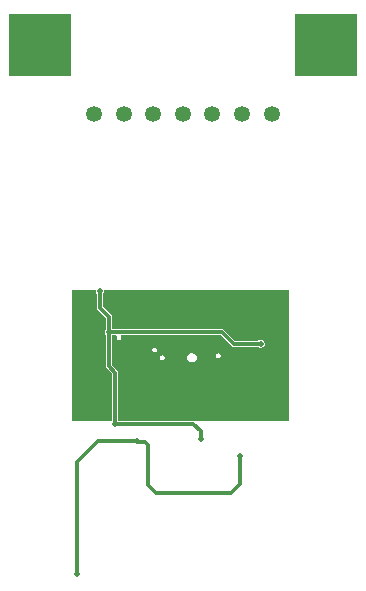
<source format=gbr>
%TF.GenerationSoftware,Altium Limited,Altium Designer,22.1.2 (22)*%
G04 Layer_Physical_Order=2*
G04 Layer_Color=36540*
%FSLAX26Y26*%
%MOIN*%
%TF.SameCoordinates,654C00B4-3322-4B45-B6E3-0FD47356756A*%
%TF.FilePolarity,Positive*%
%TF.FileFunction,Copper,L2,Inr,Signal*%
%TF.Part,Single*%
G01*
G75*
%TA.AperFunction,Conductor*%
%ADD13C,0.011811*%
%TA.AperFunction,ComponentPad*%
%ADD14C,0.053150*%
%TA.AperFunction,ViaPad*%
%ADD16R,0.208661X0.208661*%
%ADD17C,0.019685*%
G36*
X-270463Y1065564D02*
X-270630Y1065227D01*
X-270778Y1064793D01*
X-270906Y1064263D01*
X-271014Y1063636D01*
X-271171Y1062093D01*
X-271250Y1060164D01*
X-271260Y1059055D01*
X-283071D01*
X-283081Y1060164D01*
X-283317Y1063636D01*
X-283425Y1064263D01*
X-283553Y1064793D01*
X-283701Y1065227D01*
X-283868Y1065564D01*
X-284055Y1065806D01*
X-270276D01*
X-270463Y1065564D01*
D02*
G37*
G36*
X-241329Y947710D02*
X-241093Y944238D01*
X-240984Y943611D01*
X-240856Y943081D01*
X-240709Y942647D01*
X-240541Y942309D01*
X-240354Y942068D01*
X-254134D01*
X-253947Y942309D01*
X-253780Y942647D01*
X-253632Y943081D01*
X-253504Y943611D01*
X-253396Y944238D01*
X-253238Y945781D01*
X-253159Y947710D01*
X-253150Y948819D01*
X-241339D01*
X-241329Y947710D01*
D02*
G37*
G36*
X-239974Y941742D02*
X-239636Y941575D01*
X-239202Y941427D01*
X-238672Y941299D01*
X-238045Y941191D01*
X-236502Y941034D01*
X-234573Y940955D01*
X-233465Y940945D01*
Y929134D01*
X-234573Y929124D01*
X-238045Y928888D01*
X-238672Y928780D01*
X-239202Y928652D01*
X-239636Y928504D01*
X-239974Y928337D01*
X-240215Y928150D01*
Y941929D01*
X-239974Y941742D01*
D02*
G37*
G36*
X-240541Y927769D02*
X-240709Y927432D01*
X-240856Y926998D01*
X-240984Y926467D01*
X-241093Y925840D01*
X-241250Y924298D01*
X-241329Y922369D01*
X-241339Y921260D01*
X-253150D01*
X-253159Y922369D01*
X-253396Y925840D01*
X-253504Y926467D01*
X-253632Y926998D01*
X-253780Y927432D01*
X-253947Y927769D01*
X-254134Y928010D01*
X-240354D01*
X-240541Y927769D01*
D02*
G37*
G36*
X252026Y888780D02*
X251785Y888967D01*
X251447Y889134D01*
X251013Y889282D01*
X250483Y889409D01*
X249856Y889518D01*
X248313Y889675D01*
X246385Y889754D01*
X245276Y889764D01*
Y901575D01*
X246385Y901585D01*
X249856Y901821D01*
X250483Y901929D01*
X251013Y902057D01*
X251447Y902205D01*
X251785Y902372D01*
X252026Y902559D01*
Y888780D01*
D02*
G37*
G36*
X355000Y640000D02*
X-211566D01*
X-211773Y640088D01*
X-212815Y640097D01*
X-214544Y640168D01*
X-215244Y640239D01*
X-215415Y642757D01*
X-215424Y643739D01*
X-215555Y644048D01*
Y800591D01*
X-216319Y804431D01*
X-218494Y807687D01*
X-237209Y826401D01*
Y920913D01*
X-237077Y921222D01*
X-237068Y922263D01*
X-236998Y923993D01*
X-236926Y924693D01*
X-234409Y924864D01*
X-233427Y924873D01*
X-233117Y925004D01*
X-221943D01*
X-219872Y920004D01*
X-220061Y919815D01*
X-221260Y916920D01*
Y913788D01*
X-220061Y910894D01*
X-217846Y908679D01*
X-214952Y907480D01*
X-211820D01*
X-208926Y908679D01*
X-206711Y910894D01*
X-205512Y913788D01*
Y916920D01*
X-206711Y919815D01*
X-206900Y920004D01*
X-204829Y925004D01*
X125804D01*
X162235Y888573D01*
X165490Y886398D01*
X169331Y885634D01*
X244929D01*
X245238Y885503D01*
X246279Y885493D01*
X248008Y885423D01*
X249277Y885293D01*
X249619Y885234D01*
X249815Y885187D01*
X249893Y885148D01*
X249941Y885145D01*
X250075Y885099D01*
X250134Y885103D01*
X251250Y883988D01*
X256314Y881890D01*
X261796D01*
X266861Y883988D01*
X270737Y887864D01*
X272835Y892928D01*
Y898410D01*
X270737Y903475D01*
X266861Y907351D01*
X261796Y909449D01*
X256314D01*
X251250Y907351D01*
X250134Y906235D01*
X250075Y906239D01*
X249941Y906194D01*
X249893Y906190D01*
X249815Y906152D01*
X249619Y906104D01*
X249348Y906058D01*
X246220Y905845D01*
X245238Y905836D01*
X244928Y905705D01*
X173487D01*
X137057Y942135D01*
X133801Y944311D01*
X129961Y945075D01*
X-233118D01*
X-233427Y945206D01*
X-234468Y945215D01*
X-236197Y945286D01*
X-236897Y945357D01*
X-237069Y947875D01*
X-237077Y948857D01*
X-237209Y949166D01*
Y987244D01*
X-237973Y991085D01*
X-240148Y994340D01*
X-267130Y1021322D01*
Y1058708D01*
X-266999Y1059017D01*
X-266990Y1060059D01*
X-266919Y1061788D01*
X-266789Y1063057D01*
X-266730Y1063399D01*
X-266683Y1063594D01*
X-266644Y1063672D01*
X-266641Y1063721D01*
X-266596Y1063855D01*
X-266599Y1063914D01*
X-265484Y1065029D01*
X-263386Y1070094D01*
Y1075000D01*
X355000D01*
Y640000D01*
D02*
G37*
G36*
X-290945Y1070094D02*
X-288847Y1065029D01*
X-287731Y1063914D01*
X-287735Y1063855D01*
X-287690Y1063721D01*
X-287686Y1063672D01*
X-287648Y1063594D01*
X-287601Y1063399D01*
X-287554Y1063128D01*
X-287341Y1059999D01*
X-287332Y1059017D01*
X-287201Y1058708D01*
Y1017165D01*
X-286437Y1013325D01*
X-284261Y1010069D01*
X-257279Y983087D01*
Y949166D01*
X-257411Y948856D01*
X-257420Y947815D01*
X-257491Y946086D01*
X-257620Y944817D01*
X-257679Y944475D01*
X-257726Y944280D01*
X-257765Y944202D01*
X-257768Y944153D01*
X-257814Y944019D01*
X-257810Y943961D01*
X-258926Y942845D01*
X-261024Y937780D01*
Y932298D01*
X-258926Y927234D01*
X-257810Y926118D01*
X-257814Y926060D01*
X-257768Y925925D01*
X-257765Y925877D01*
X-257726Y925799D01*
X-257679Y925604D01*
X-257632Y925332D01*
X-257420Y922204D01*
X-257411Y921222D01*
X-257279Y920913D01*
Y822244D01*
X-256515Y818404D01*
X-254340Y815148D01*
X-235626Y796434D01*
Y644048D01*
X-235757Y643738D01*
X-235766Y642697D01*
X-235837Y640968D01*
X-235936Y640000D01*
X-370000D01*
Y1075000D01*
X-290945D01*
Y1070094D01*
D02*
G37*
G36*
X-219675Y642592D02*
X-219439Y639120D01*
X-219331Y638493D01*
X-219203Y637963D01*
X-219055Y637529D01*
X-218888Y637191D01*
X-218701Y636950D01*
X-232480D01*
X-232293Y637191D01*
X-232126Y637529D01*
X-231978Y637963D01*
X-231850Y638493D01*
X-231742Y639120D01*
X-231585Y640663D01*
X-231506Y642592D01*
X-231496Y643701D01*
X-219685D01*
X-219675Y642592D01*
D02*
G37*
G36*
X-218320Y636624D02*
X-217983Y636457D01*
X-217549Y636309D01*
X-217018Y636181D01*
X-216392Y636073D01*
X-214849Y635915D01*
X-212920Y635837D01*
X-211811Y635827D01*
Y624016D01*
X-212920Y624006D01*
X-216392Y623770D01*
X-217018Y623662D01*
X-217549Y623534D01*
X-217983Y623386D01*
X-218320Y623219D01*
X-218561Y623032D01*
Y636811D01*
X-218320Y636624D01*
D02*
G37*
G36*
X66939Y592316D02*
X67175Y588845D01*
X67283Y588218D01*
X67411Y587687D01*
X67559Y587253D01*
X67726Y586916D01*
X67913Y586675D01*
X54134D01*
X54321Y586916D01*
X54488Y587253D01*
X54636Y587687D01*
X54764Y588218D01*
X54872Y588845D01*
X55029Y590388D01*
X55108Y592316D01*
X55118Y593425D01*
X66929D01*
X66939Y592316D01*
D02*
G37*
G36*
X-159982Y563976D02*
X-160223Y564163D01*
X-160560Y564331D01*
X-160994Y564478D01*
X-161525Y564606D01*
X-162152Y564715D01*
X-163695Y564872D01*
X-165623Y564951D01*
X-166732Y564961D01*
Y576772D01*
X-165623Y576782D01*
X-162152Y577018D01*
X-161525Y577126D01*
X-160994Y577254D01*
X-160560Y577402D01*
X-160223Y577569D01*
X-159982Y577756D01*
Y563976D01*
D02*
G37*
G36*
X-145356Y577199D02*
X-145014Y577011D01*
X-144577Y576844D01*
X-144045Y576699D01*
X-143416Y576577D01*
X-142692Y576477D01*
X-140958Y576344D01*
X-138840Y576299D01*
X-139551Y564488D01*
X-140663Y564480D01*
X-144753Y564185D01*
X-145277Y564076D01*
X-145704Y563950D01*
X-146032Y563807D01*
X-146263Y563647D01*
X-145601Y577411D01*
X-145356Y577199D01*
D02*
G37*
G36*
X196466Y515230D02*
X196299Y514892D01*
X196152Y514458D01*
X196024Y513928D01*
X195915Y513301D01*
X195758Y511758D01*
X195679Y509829D01*
X195669Y508721D01*
X183858D01*
X183849Y509829D01*
X183612Y513301D01*
X183504Y513928D01*
X183376Y514458D01*
X183228Y514892D01*
X183061Y515230D01*
X182874Y515471D01*
X196654D01*
X196466Y515230D01*
D02*
G37*
G36*
X-348415Y141765D02*
X-348179Y138293D01*
X-348071Y137667D01*
X-347943Y137136D01*
X-347795Y136702D01*
X-347628Y136365D01*
X-347441Y136124D01*
X-361220D01*
X-361033Y136365D01*
X-360866Y136702D01*
X-360719Y137136D01*
X-360591Y137667D01*
X-360482Y138293D01*
X-360325Y139836D01*
X-360246Y141765D01*
X-360236Y142874D01*
X-348425D01*
X-348415Y141765D01*
D02*
G37*
%LPC*%
G36*
X-92922Y883858D02*
X-96054D01*
X-98948Y882660D01*
X-101163Y880445D01*
X-102362Y877551D01*
Y874418D01*
X-101163Y871524D01*
X-98948Y869309D01*
X-96054Y868110D01*
X-92922D01*
X-90028Y869309D01*
X-87813Y871524D01*
X-86614Y874418D01*
Y877551D01*
X-87813Y880445D01*
X-90028Y882660D01*
X-92922Y883858D01*
D02*
G37*
G36*
X119676Y864173D02*
X116544D01*
X113650Y862975D01*
X111435Y860760D01*
X110236Y857865D01*
Y854733D01*
X111435Y851839D01*
X113650Y849624D01*
X116544Y848425D01*
X119676D01*
X122570Y849624D01*
X124785Y851839D01*
X125984Y854733D01*
Y857865D01*
X124785Y860760D01*
X122570Y862975D01*
X119676Y864173D01*
D02*
G37*
G36*
X-67331Y858268D02*
X-70464D01*
X-73358Y857069D01*
X-75573Y854854D01*
X-76772Y851960D01*
Y848827D01*
X-75573Y845933D01*
X-73358Y843718D01*
X-70464Y842520D01*
X-67331D01*
X-64437Y843718D01*
X-62222Y845933D01*
X-61024Y848827D01*
Y851960D01*
X-62222Y854854D01*
X-64437Y857069D01*
X-67331Y858268D01*
D02*
G37*
G36*
X32660Y866142D02*
X26395D01*
X20607Y863744D01*
X16177Y859314D01*
X13780Y853526D01*
Y847261D01*
X16177Y841473D01*
X20607Y837043D01*
X26395Y834646D01*
X32660D01*
X38448Y837043D01*
X42878Y841473D01*
X45276Y847261D01*
Y853526D01*
X42878Y859314D01*
X38448Y863744D01*
X32660Y866142D01*
D02*
G37*
%LPD*%
D13*
X-354331Y500669D02*
X-284134Y570866D01*
X-152953D01*
X-354331Y129095D02*
Y500669D01*
X160000Y400000D02*
X189764Y429764D01*
Y522500D01*
X-90000Y400000D02*
X160000D01*
X-115000Y425000D02*
X-90000Y400000D01*
X-115000Y425000D02*
Y560000D01*
X-152480Y570394D02*
X-125394D01*
X-115000Y560000D01*
X-152953Y570866D02*
X-152480Y570394D01*
X61024Y579646D02*
Y603976D01*
X-225590Y629921D02*
X35079D01*
X61024Y603976D01*
X-247244Y935039D02*
Y987244D01*
X169331Y895669D02*
X259055D01*
X129961Y935039D02*
X169331Y895669D01*
X-247244Y935039D02*
X129961D01*
X-277165Y1017165D02*
X-247244Y987244D01*
X-277165Y1017165D02*
Y1072835D01*
X-247244Y822244D02*
Y935039D01*
Y822244D02*
X-225590Y800591D01*
Y629921D02*
Y800591D01*
D14*
X-295276Y1663386D02*
D03*
X-196850D02*
D03*
X-98425D02*
D03*
X0D02*
D03*
X98425D02*
D03*
X196850D02*
D03*
X295276D02*
D03*
D16*
X-476378Y1891732D02*
D03*
X476378D02*
D03*
D17*
X-354331Y129095D02*
D03*
X-152953Y570866D02*
D03*
X189764Y522500D02*
D03*
X204724Y935039D02*
D03*
X-277165Y1072835D02*
D03*
X-225590Y629921D02*
D03*
X-314960Y942975D02*
D03*
Y1023622D02*
D03*
X-247244Y935039D02*
D03*
X259055Y895669D02*
D03*
X62992Y708662D02*
D03*
X65000Y825000D02*
D03*
X118110Y885315D02*
D03*
X137795Y816929D02*
D03*
X61024Y579646D02*
D03*
X-35000Y850394D02*
D03*
X-130000D02*
D03*
X-188976Y787402D02*
D03*
X-177165Y974409D02*
D03*
Y1023622D02*
D03*
X-314960Y866142D02*
D03*
Y787402D02*
D03*
X-314961Y708662D02*
D03*
X-188976D02*
D03*
X-62992D02*
D03*
X188976D02*
D03*
X196850Y777559D02*
D03*
Y816929D02*
D03*
Y856299D02*
D03*
X190000Y974409D02*
D03*
Y1013779D02*
D03*
X314960Y708662D02*
D03*
X314961Y787402D02*
D03*
Y866142D02*
D03*
Y944882D02*
D03*
X147638Y1062992D02*
D03*
X314961Y1023622D02*
D03*
%TF.MD5,b01396abb24646fd31702c3efd57e837*%
M02*

</source>
